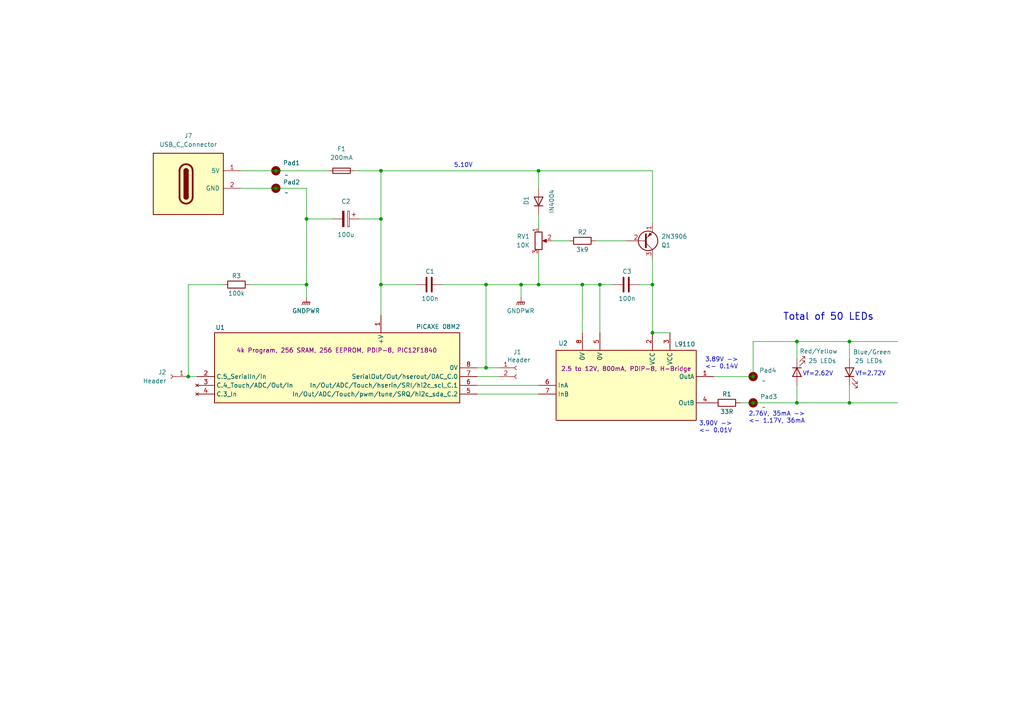
<source format=kicad_sch>
(kicad_sch (version 20231120) (generator "eeschema") (generator_version "8.0")
  (paper "A4")
  (title_block (title "Fairy Lights - Solar to USB Conversion") (comment 1 "J1 and J2 are header sockets for PICAXE Programming and Debugging.") (comment 2 "Voltage readings are with maximum RV1 brightness and a USB charger supplying 5.10V.") (comment 3 "RV1 and Q1 provide current/brightness control.") (comment 4 "R1 specified as 33Ω and measured as 32.2Ω, it limits maximum LED current.  "))
  (lib_symbols
    (symbol "Connector:Conn_01x01_Socket" (pin_names (offset 1.016) hide)
      (property "Reference" "J" (at 0 2.54 0))
      (property "Value" "Conn_01x01_Socket" (at 0 -2.54 0))
      (symbol "Conn_01x01_Socket_1_1"
        (polyline (pts (xy -1.27 0) (xy -0.508 0)) (stroke (width 0.1524)))
        (arc (start 0 0.508) (mid -0.5058 0) (end 0 -0.508) (stroke (width 0.1524)))
        (pin passive line (at -5.08 0 0) (length 3.81) (name "Pin_1") (number "1"))
      )
    )
    (symbol "Connector:Conn_01x02_Socket" (pin_names (offset 1.016) hide)
      (property "Reference" "J" (at 0 2.54 0))
      (property "Value" "Conn_01x02_Socket" (at 0 -5.08 0))
      (symbol "Conn_01x02_Socket_1_1"
        (arc (start 0 -2.032) (mid -0.5058 -2.54) (end 0 -3.048) (stroke (width 0.1524)))
        (polyline (pts (xy -1.27 -2.54) (xy -0.508 -2.54)) (stroke (width 0.1524)))
        (polyline (pts (xy -1.27 0) (xy -0.508 0)) (stroke (width 0.1524)))
        (arc (start 0 0.508) (mid -0.5058 0) (end 0 -0.508) (stroke (width 0.1524)))
        (pin passive line (at -5.08 0 0) (length 3.81) (name "Pin_1") (number "1"))
        (pin passive line (at -5.08 -2.54 0) (length 3.81) (name "Pin_2") (number "2"))
      )
    )
    (symbol "Device:C" (pin_numbers hide) (pin_names (offset 0.254))
      (property "Reference" "C" (at 0.635 2.54 0))
      (property "Value" "C" (at 0.635 -2.54 0))
      (symbol "C_0_1"
        (polyline (pts (xy -2.032 -0.762) (xy 2.032 -0.762)) (stroke (width 0.508)))
        (polyline (pts (xy -2.032 0.762) (xy 2.032 0.762)) (stroke (width 0.508)))
      )
      (symbol "C_1_1"
        (pin passive line (at 0 3.81 270) (length 2.794) (name "~") (number "1"))
        (pin passive line (at 0 -3.81 90) (length 2.794) (name "~") (number "2"))
      )
    )
    (symbol "Device:C_Polarized" (pin_numbers hide) (pin_names (offset 0.254))
      (property "Reference" "C" (at 0.635 2.54 0))
      (property "Value" "C_Polarized" (at 0.635 -2.54 0))
      (symbol "C_Polarized_0_1"
        (rectangle (start -2.286 0.508) (end 2.286 1.016))
        (polyline (pts (xy -1.778 2.286) (xy -0.762 2.286)))
        (polyline (pts (xy -1.27 2.794) (xy -1.27 1.778)))
        (rectangle (start 2.286 -0.508) (end -2.286 -1.016) (fill (type outline)))
      )
      (symbol "C_Polarized_1_1"
        (pin passive line (at 0 3.81 270) (length 2.794) (name "~") (number "1"))
        (pin passive line (at 0 -3.81 90) (length 2.794) (name "~") (number "2"))
      )
    )
    (symbol "Device:D" (pin_numbers hide) (pin_names (offset 1.016) hide)
      (property "Reference" "D" (at 0 2.54 0))
      (property "Value" "D" (at 0 -2.54 0))
      (symbol "D_0_1"
        (polyline (pts (xy -1.27 1.27) (xy -1.27 -1.27)) (stroke (width 0.254)))
        (polyline (pts (xy 1.27 0) (xy -1.27 0)))
        (polyline (pts (xy 1.27 1.27) (xy 1.27 -1.27) (xy -1.27 0) (xy 1.27 1.27)) (stroke (width 0.254)))
      )
      (symbol "D_1_1"
        (pin passive line (at -3.81 0 0) (length 2.54) (name "K") (number "1"))
        (pin passive line (at 3.81 0 180) (length 2.54) (name "A") (number "2"))
      )
    )
    (symbol "Device:Fuse" (pin_numbers hide) (pin_names (offset 0))
      (property "Reference" "F" (at 2.032 0 90))
      (property "Value" "Fuse" (at -1.905 0 90))
      (symbol "Fuse_0_1"
        (rectangle (start -0.762 -2.54) (end 0.762 2.54) (stroke (width 0.254)))
        (polyline (pts (xy 0 2.54) (xy 0 -2.54)))
      )
      (symbol "Fuse_1_1"
        (pin passive line (at 0 3.81 270) (length 1.27) (name "~") (number "1"))
        (pin passive line (at 0 -3.81 90) (length 1.27) (name "~") (number "2"))
      )
    )
    (symbol "Device:LED" (pin_numbers hide) (pin_names (offset 1.016) hide)
      (property "Reference" "D" (at 0 2.54 0))
      (property "Value" "LED" (at 0 -2.54 0))
      (symbol "LED_0_1"
        (polyline (pts (xy -1.27 -1.27) (xy -1.27 1.27)) (stroke (width 0.254)))
        (polyline (pts (xy -1.27 0) (xy 1.27 0)))
        (polyline (pts (xy 1.27 -1.27) (xy 1.27 1.27) (xy -1.27 0) (xy 1.27 -1.27)) (stroke (width 0.254)))
        (polyline (pts (xy -3.048 -0.762) (xy -4.572 -2.286) (xy -3.81 -2.286) (xy -4.572 -2.286) (xy -4.572 -1.524)))
        (polyline (pts (xy -1.778 -0.762) (xy -3.302 -2.286) (xy -2.54 -2.286) (xy -3.302 -2.286) (xy -3.302 -1.524)))
      )
      (symbol "LED_1_1"
        (pin passive line (at -3.81 0 0) (length 2.54) (name "K") (number "1"))
        (pin passive line (at 3.81 0 180) (length 2.54) (name "A") (number "2"))
      )
    )
    (symbol "Device:R" (pin_numbers hide) (pin_names (offset 0))
      (property "Reference" "R" (at 2.032 0 90))
      (property "Value" "R" (at 0 0 90))
      (symbol "R_0_1"
        (rectangle (start -1.016 -2.54) (end 1.016 2.54) (stroke (width 0.254)))
      )
      (symbol "R_1_1"
        (pin passive line (at 0 3.81 270) (length 1.27) (name "~") (number "1"))
        (pin passive line (at 0 -3.81 90) (length 1.27) (name "~") (number "2"))
      )
    )
    (symbol "Device:R_Potentiometer" (pin_names (offset 1.016) hide)
      (property "Reference" "RV" (at -4.445 0 90))
      (property "Value" "R_Potentiometer" (at -2.54 0 90))
      (symbol "R_Potentiometer_0_1"
        (polyline (pts (xy 2.54 0) (xy 1.524 0)))
        (polyline (pts (xy 1.143 0) (xy 2.286 0.508) (xy 2.286 -0.508) (xy 1.143 0)) (fill (type outline)))
        (rectangle (start 1.016 2.54) (end -1.016 -2.54) (stroke (width 0.254)))
      )
      (symbol "R_Potentiometer_1_1"
        (pin passive line (at 0 3.81 270) (length 1.27) (name "1") (number "1"))
        (pin passive line (at 3.81 0 180) (length 1.27) (name "2") (number "2"))
        (pin passive line (at 0 -3.81 90) (length 1.27) (name "3") (number "3"))
      )
    )
    (symbol "Solar_to_USB:L9110"
      (property "Reference" "U3" (at -19.05 11.43 0))
      (property "Value" "L9110" (at 17.78 11.43 0))
      (symbol "L9110_0_1"
        (rectangle (start -20.32 10.16) (end 20.32 -10.16) (stroke (width 0.254)) (fill (type background)))
      )
      (symbol "L9110_1_1"
        (pin power_out line (at 25.4 2.54 180) (length 5.08) (name "OutA") (number "1"))
        (pin power_in line (at 7.62 15.24 270) (length 5.08) (name "VCC") (number "2"))
        (pin power_in line (at 12.7 15.24 270) (length 5.08) (name "VCC") (number "3"))
        (pin power_out line (at 25.4 -5.08 180) (length 5.08) (name "OutB") (number "4"))
        (pin power_in line (at -7.62 15.24 270) (length 5.08) (name "0V") (number "5"))
        (pin input line (at -25.4 0 0) (length 5.08) (name "InA") (number "6"))
        (pin input line (at -25.4 -2.54 0) (length 5.08) (name "InB") (number "7"))
        (pin power_in line (at -12.7 15.24 270) (length 5.08) (name "0V") (number "8"))
      )
    )
    (symbol "Solar_to_USB:PICAXE_08M2"
      (property "Reference" "U2" (at -35.306 11.684 0))
      (property "Value" "PICAXE 08M2" (at 22.86 11.938 0))
      (property "Description" "4k Program, 256 SRAM, 256 EEPROM, PDIP-8, PIC12F1840" (at -29.21 5.08 0))
      (symbol "PICAXE_08M2_0_1"
        (rectangle (start -35.56 10.16) (end 35.56 -10.16) (stroke (width 0.254)) (fill (type background)))
      )
      (symbol "PICAXE_08M2_1_1"
        (pin power_in line (at 12.7 15.24 270) (length 5.08) (name "+V") (number "1"))
        (pin bidirectional line (at -40.64 -2.54 0) (length 5.08) (name "C.5_SerialIn/In") (number "2"))
        (pin no_connect line (at -40.64 -5.08 0) (length 5.08) (name "C.4_Touch/ADC/Out/In") (number "3"))
        (pin no_connect line (at -40.64 -7.62 0) (length 5.08) (name "C.3_In") (number "4"))
        (pin bidirectional line (at 40.64 -7.62 180) (length 5.08) (name "In/Out/ADC/Touch/pwm/tune/SRQ/hi2c_sda_C.2") (number "5"))
        (pin bidirectional line (at 40.64 -5.08 180) (length 5.08) (name "In/Out/ADC/Touch/hserin/SRI/hi2c_scl_C.1") (number "6"))
        (pin bidirectional line (at 40.64 -2.54 180) (length 5.08) (name "SerialOut/Out/hserout/DAC_C.0") (number "7"))
        (pin power_in line (at 40.64 0 180) (length 5.08) (name "0V") (number "8"))
      )
    )
    (symbol "Solar_to_USB:USB_C_PowerOnly" (pin_names (offset 1.016))
      (property "Reference" "J7" (at 0 17.78 0))
      (property "Value" "USB_C_Connector" (at 0 15.24 0))
      (symbol "USB_C_PowerOnly_0_1"
        (rectangle (start -10.16 12.7) (end 10.16 -5.08) (stroke (width 0.254)) (fill (type background)))
        (arc (start -2.54 0) (mid -0.635 -1.8967) (end 1.27 0) (stroke (width 0.508)))
        (arc (start -1.27 0) (mid -0.635 -0.6323) (end 0 0) (stroke (width 0.254)))
        (arc (start -1.27 0) (mid -0.635 -0.6323) (end 0 0) (stroke (width 0.254)) (fill (type outline)))
        (rectangle (start -1.27 7.62) (end 0 0) (stroke (width 0.254)) (fill (type outline)))
        (polyline (pts (xy -2.54 0) (xy -2.54 7.62)) (stroke (width 0.508)))
        (polyline (pts (xy 1.27 7.62) (xy 1.27 0)) (stroke (width 0.508)))
        (arc (start 0 7.62) (mid -0.635 8.2523) (end -1.27 7.62) (stroke (width 0.254)))
        (arc (start 0 7.62) (mid -0.635 8.2523) (end -1.27 7.62) (stroke (width 0.254)) (fill (type outline)))
        (arc (start 1.27 7.62) (mid -0.635 9.5167) (end -2.54 7.62) (stroke (width 0.508)))
      )
      (symbol "USB_C_PowerOnly_1_1"
        (pin passive line (at 15.24 7.62 180) (length 5.08) (name "5V") (number "1"))
        (pin passive line (at 15.24 2.54 180) (length 5.08) (name "GND") (number "2"))
      )
    )
    (symbol "Solder_Connection_1" (pin_numbers hide) (pin_names (offset 0) hide)
      (property "Reference" "Pad" (at 0 2.54 0))
      (symbol "Solder_Connection_1_0_1"
        (circle (center 0 0) (radius 1.27) (fill (type outline)))
      )
      (symbol "Solder_Connection_1_1_1"
        (pin passive line (at 0 0 0) (length 0) (name "1") (number "1"))
      )
    )
    (symbol "Transistor_BJT:2N3906" (pin_names (offset 0) hide)
      (property "Reference" "Q" (at 5.08 1.905 0))
      (property "Value" "2N3906" (at 5.08 0 0))
      (symbol "2N3906_0_1"
        (polyline (pts (xy 0.635 0.635) (xy 2.54 2.54)))
        (polyline (pts (xy 0.635 -0.635) (xy 2.54 -2.54) (xy 2.54 -2.54)))
        (polyline (pts (xy 0.635 1.905) (xy 0.635 -1.905) (xy 0.635 -1.905)) (stroke (width 0.508)))
        (polyline (pts (xy 2.286 -1.778) (xy 1.778 -2.286) (xy 1.27 -1.27) (xy 2.286 -1.778) (xy 2.286 -1.778)) (fill (type outline)))
        (circle (center 1.27 0) (radius 2.8194) (stroke (width 0.254)))
      )
      (symbol "2N3906_1_1"
        (pin passive line (at 2.54 -5.08 90) (length 2.54) (name "E") (number "1"))
        (pin input line (at -5.08 0 0) (length 5.715) (name "B") (number "2"))
        (pin passive line (at 2.54 5.08 270) (length 2.54) (name "C") (number "3"))
      )
    )
    (symbol "power:GNDPWR" (power) (pin_numbers hide) (pin_names (offset 0) hide)
      (property "Value" "GNDPWR" (at 0 -3.302 0))
      (symbol "GNDPWR_0_1"
        (polyline (pts (xy 0 -1.27) (xy 0 0)))
        (polyline (pts (xy -1.016 -1.27) (xy -1.27 -2.032) (xy -1.27 -2.032)) (stroke (width 0.2032)))
        (polyline (pts (xy -0.508 -1.27) (xy -0.762 -2.032) (xy -0.762 -2.032)) (stroke (width 0.2032)))
        (polyline (pts (xy 0 -1.27) (xy -0.254 -2.032) (xy -0.254 -2.032)) (stroke (width 0.2032)))
        (polyline (pts (xy 0.508 -1.27) (xy 0.254 -2.032) (xy 0.254 -2.032)) (stroke (width 0.2032)))
        (polyline (pts (xy 1.016 -1.27) (xy -1.016 -1.27) (xy -1.016 -1.27)) (stroke (width 0.2032)))
        (polyline (pts (xy 1.016 -1.27) (xy 0.762 -2.032) (xy 0.762 -2.032) (xy 0.762 -2.032)) (stroke (width 0.2032)))
      )
      (symbol "GNDPWR_1_1"
        (pin power_in line (at 0 0 270) (length 0) (name "~") (number "1"))
      )
    )
  )
  (junction (at 168.91 82.55))
  (junction (at 110.49 49.53))
  (junction (at 54.61 109.22))
  (junction (at 231.14 116.84))
  (junction (at 110.49 82.55))
  (junction (at 189.23 96.52))
  (junction (at 218.44 109.22))
  (junction (at 218.44 116.84))
  (junction (at 173.99 82.55))
  (junction (at 246.38 99.06))
  (junction (at 88.9 63.5))
  (junction (at 110.49 63.5))
  (junction (at 189.23 82.55))
  (junction (at 80.01 54.61))
  (junction (at 246.38 116.84))
  (junction (at 156.21 82.55))
  (junction (at 140.97 82.55))
  (junction (at 151.13 82.55))
  (junction (at 80.01 49.53))
  (junction (at 88.9 82.55))
  (junction (at 156.21 49.53))
  (junction (at 140.97 106.68))
  (junction (at 231.14 99.06))
  (wire (pts (xy 54.61 82.55) (xy 64.77 82.55)))
  (wire (pts (xy 246.38 116.84) (xy 246.38 111.76)))
  (wire (pts (xy 88.9 63.5) (xy 96.52 63.5)))
  (wire (pts (xy 138.43 114.3) (xy 156.21 114.3)))
  (wire (pts (xy 173.99 82.55) (xy 177.8 82.55)))
  (wire (pts (xy 231.14 116.84) (xy 231.14 111.76)))
  (wire (pts (xy 151.13 82.55) (xy 140.97 82.55)))
  (wire (pts (xy 110.49 49.53) (xy 110.49 63.5)))
  (wire (pts (xy 151.13 82.55) (xy 151.13 86.36)))
  (wire (pts (xy 160.02 69.85) (xy 165.1 69.85)))
  (wire (pts (xy 156.21 73.66) (xy 156.21 82.55)))
  (wire (pts (xy 156.21 49.53) (xy 189.23 49.53)))
  (wire (pts (xy 172.72 69.85) (xy 181.61 69.85)))
  (wire (pts (xy 156.21 54.61) (xy 156.21 49.53)))
  (wire (pts (xy 88.9 63.5) (xy 88.9 82.55)))
  (wire (pts (xy 54.61 109.22) (xy 54.61 82.55)))
  (wire (pts (xy 218.44 116.84) (xy 231.14 116.84)))
  (wire (pts (xy 185.42 82.55) (xy 189.23 82.55)))
  (wire (pts (xy 173.99 82.55) (xy 168.91 82.55)))
  (wire (pts (xy 88.9 54.61) (xy 88.9 63.5)))
  (wire (pts (xy 168.91 82.55) (xy 156.21 82.55)))
  (wire (pts (xy 120.65 82.55) (xy 110.49 82.55)))
  (wire (pts (xy 189.23 74.93) (xy 189.23 82.55)))
  (wire (pts (xy 128.27 82.55) (xy 140.97 82.55)))
  (wire (pts (xy 189.23 82.55) (xy 189.23 96.52)))
  (wire (pts (xy 110.49 82.55) (xy 110.49 91.44)))
  (wire (pts (xy 156.21 82.55) (xy 151.13 82.55)))
  (wire (pts (xy 138.43 111.76) (xy 156.21 111.76)))
  (wire (pts (xy 246.38 116.84) (xy 260.35 116.84)))
  (wire (pts (xy 144.78 109.22) (xy 138.43 109.22)))
  (wire (pts (xy 140.97 106.68) (xy 138.43 106.68)))
  (wire (pts (xy 231.14 116.84) (xy 246.38 116.84)))
  (wire (pts (xy 102.87 49.53) (xy 110.49 49.53)))
  (wire (pts (xy 168.91 82.55) (xy 168.91 96.52)))
  (wire (pts (xy 72.39 82.55) (xy 88.9 82.55)))
  (wire (pts (xy 140.97 82.55) (xy 140.97 106.68)))
  (wire (pts (xy 189.23 64.77) (xy 189.23 49.53)))
  (wire (pts (xy 246.38 99.06) (xy 246.38 104.14)))
  (wire (pts (xy 218.44 99.06) (xy 231.14 99.06)))
  (wire (pts (xy 69.85 54.61) (xy 80.01 54.61)))
  (wire (pts (xy 88.9 82.55) (xy 88.9 86.36)))
  (wire (pts (xy 144.78 106.68) (xy 140.97 106.68)))
  (wire (pts (xy 231.14 99.06) (xy 246.38 99.06)))
  (wire (pts (xy 156.21 62.23) (xy 156.21 66.04)))
  (wire (pts (xy 189.23 96.52) (xy 194.31 96.52)))
  (wire (pts (xy 218.44 109.22) (xy 207.01 109.22)))
  (wire (pts (xy 214.63 116.84) (xy 218.44 116.84)))
  (wire (pts (xy 80.01 54.61) (xy 88.9 54.61)))
  (wire (pts (xy 69.85 49.53) (xy 80.01 49.53)))
  (wire (pts (xy 218.44 109.22) (xy 218.44 99.06)))
  (wire (pts (xy 246.38 99.06) (xy 260.35 99.06)))
  (wire (pts (xy 80.01 49.53) (xy 95.25 49.53)))
  (wire (pts (xy 104.14 63.5) (xy 110.49 63.5)))
  (wire (pts (xy 231.14 104.14) (xy 231.14 99.06)))
  (wire (pts (xy 110.49 49.53) (xy 156.21 49.53)))
  (wire (pts (xy 110.49 63.5) (xy 110.49 82.55)))
  (wire (pts (xy 54.61 109.22) (xy 57.15 109.22)))
  (wire (pts (xy 173.99 82.55) (xy 173.99 96.52)))
  (text "3.89V ->\n<- 0.14V\n" (at 209.296 105.41 0) (effects (font (size 1.27 1.27) (thickness 0.1588))))
  (text "Vf=2.62V" (at 237.236 108.458 0) (effects (font (size 1.27 1.27) (thickness 0.1588))))
  (text "2.76V, 35mA ->\n<- 1.17V, 36mA\n" (at 225.298 121.158 0) (effects (font (size 1.27 1.27) (thickness 0.1588))))
  (text "3.90V ->\n<- 0.01V\n" (at 207.518 123.952 0) (effects (font (size 1.27 1.27) (thickness 0.1588))))
  (text "Vf=2.72V" (at 252.476 108.458 0) (effects (font (size 1.27 1.27) (thickness 0.1588))))
  (text "5.10V" (at 134.366 48.006 0) (effects (font (size 1.27 1.27) (thickness 0.1588))))
  (text "Total of 50 LEDs" (at 240.284 91.948 0) (effects (font (size 2.032 2.032) (thickness 0.254) (bold yes))))
  (symbol (lib_id "Device:R") (at 68.58 82.55 270) (unit 1)
    (property "Reference" "R3" (at 68.58 80.01 90))
    (property "Value" "100k" (at 68.58 85.09 90))
    (property "Footprint" "Resistor_THT:R_Axial_DIN0207_L6.3mm_D2.5mm_P7.62mm_Horizontal" (effects (hide yes)))
    (property "Description" "Resistor" (effects (hide yes)))
  )
  (symbol (lib_id "Device:LED") (at 246.38 107.95 90) (unit 1) (in_bom no) (on_board no)
    (property "Reference" "Blue/Green" (at 247.396 102.108 90) (effects (justify right)))
    (property "Value" "25 LEDs" (at 247.904 104.648 90) (effects (justify right)))
    (property "Description" "Light emitting diode" (effects (hide yes)))
  )
  (symbol (lib_id "power:GNDPWR") (at 151.13 86.36 0) (unit 1)
    (property "Reference" "#PWR02" (effects (hide yes)))
    (property "Value" "GNDPWR" (at 151.003 90.17 0))
    (property "Description" "Power symbol creates a global label with name \"GNDPWR\" , global ground" (effects (hide yes)))
  )
  (symbol (lib_name "Solder_Connection_1") (lib_id "Solar_to_USB:Solder_Connection") (at 80.01 49.53 0) (unit 1)
    (property "Reference" "Pad1" (at 82.042 47.244 0) (effects (justify left)))
    (property "Value" "~" (at 82.55 50.8 0) (effects (justify left)))
    (property "Footprint" "Connector_PinSocket_2.54mm:PinSocket_1x01_P2.54mm_Vertical" (effects (hide yes)))
    (property "Description" "Solder Connection" (effects (hide yes)))
  )
  (symbol (lib_id "Device:R") (at 210.82 116.84 270) (unit 1)
    (property "Reference" "R1" (at 210.82 114.3 90))
    (property "Value" "33R" (at 210.82 119.38 90))
    (property "Footprint" "Resistor_THT:R_Axial_DIN0207_L6.3mm_D2.5mm_P7.62mm_Horizontal" (effects (hide yes)))
    (property "Description" "Resistor" (effects (hide yes)))
  )
  (symbol (lib_name "Solder_Connection_1") (lib_id "Solar_to_USB:Solder_Connection") (at 218.44 109.22 0) (unit 1)
    (property "Reference" "Pad4" (at 220.218 107.442 0) (effects (justify left)))
    (property "Value" "~" (at 220.98 110.49 0) (effects (justify left)))
    (property "Footprint" "Connector_PinSocket_2.54mm:PinSocket_1x01_P2.54mm_Vertical" (effects (hide yes)))
    (property "Description" "Solder Connection" (effects (hide yes)))
  )
  (symbol (lib_id "Device:C_Polarized") (at 100.33 63.5 270) (unit 1)
    (property "Reference" "C2" (at 100.33 58.42 90))
    (property "Value" "100u" (at 100.33 68.072 90))
    (property "Footprint" "Capacitor_THT:C_Radial_D10.0mm_H16.0mm_P5.00mm" (effects (hide yes)))
    (property "Description" "Polarized capacitor" (effects (hide yes)))
  )
  (symbol (lib_id "Solar_to_USB:PICAXE_08M2") (at 97.79 106.68 0) (unit 1)
    (property "Reference" "U1" (at 62.484 94.996 0) (effects (justify left)))
    (property "Value" "PICAXE 08M2" (at 120.65 94.742 0) (effects (justify left)))
    (property "Footprint" "Package_DIP:DIP-8_W7.62mm" (effects (hide yes)))
    (property "Datasheet" "https://ww1.microchip.com/downloads/en/DeviceDoc/41441B.pdf" (effects (hide yes)))
    (property "Description" "4k Program, 256 SRAM, 256 EEPROM, PDIP-8, PIC12F1840" (at 68.58 101.6 0) (effects (justify left)))
  )
  (symbol (lib_id "Device:R_Potentiometer") (at 156.21 69.85 0) (unit 1)
    (property "Reference" "RV1" (at 153.67 68.5799 0) (effects (justify right)))
    (property "Value" "10K" (at 153.67 71.1199 0) (effects (justify right)))
    (property "Footprint" "Potentiometer_THT:Potentiometer_Alpha_RD901F-40-00D_Single_Vertical" (effects (hide yes)))
    (property "Description" "Potentiometer" (effects (hide yes)))
  )
  (symbol (lib_id "Device:Fuse") (at 99.06 49.53 270) (unit 1)
    (property "Reference" "F1" (at 99.06 43.18 90))
    (property "Value" "200mA" (at 99.06 45.72 90))
    (property "Footprint" "Fuse:Fuseholder_Cylinder-5x20mm_Schurter_0031_8201_Horizontal_Open" (effects (hide yes)))
    (property "Description" "Fuse" (effects (hide yes)))
  )
  (symbol (lib_name "Solder_Connection_1") (lib_id "Solar_to_USB:Solder_Connection") (at 218.44 116.84 0) (unit 1)
    (property "Reference" "Pad3" (at 220.472 115.062 0) (effects (justify left)))
    (property "Value" "~" (at 220.98 118.11 0) (effects (justify left)))
    (property "Footprint" "Connector_PinSocket_2.54mm:PinSocket_1x01_P2.54mm_Vertical" (effects (hide yes)))
    (property "Description" "Solder Connection" (effects (hide yes)))
  )
  (symbol (lib_id "Device:R") (at 168.91 69.85 270) (unit 1)
    (property "Reference" "R2" (at 168.91 67.31 90))
    (property "Value" "3k9" (at 168.91 72.39 90))
    (property "Footprint" "Resistor_THT:R_Axial_DIN0207_L6.3mm_D2.5mm_P7.62mm_Horizontal" (effects (hide yes)))
    (property "Description" "Resistor" (effects (hide yes)))
  )
  (symbol (lib_id "Transistor_BJT:2N3906") (at 186.69 69.85 0) (mirror x) (unit 1)
    (property "Reference" "Q1" (at 191.77 71.1201 0) (effects (justify left)))
    (property "Value" "2N3906" (at 191.77 68.5801 0) (effects (justify left)))
    (property "Footprint" "Package_TO_SOT_THT:TO-92_Inline" (effects (hide yes)))
    (property "Datasheet" "https://www.onsemi.com/pub/Collateral/2N3906-D.PDF" (effects (hide yes)))
    (property "Description" "-0.2A Ic, -40V Vce, Small Signal PNP Transistor, TO-92" (effects (hide yes)))
  )
  (symbol (lib_id "Device:C") (at 124.46 82.55 90) (unit 1)
    (property "Reference" "C1" (at 124.714 78.74 90))
    (property "Value" "100n" (at 124.714 86.614 90))
    (property "Footprint" "Capacitor_THT:C_Rect_L9.0mm_W2.5mm_P7.50mm_MKT" (effects (hide yes)))
    (property "Description" "Unpolarized capacitor" (effects (hide yes)))
  )
  (symbol (lib_id "Device:D") (at 156.21 58.42 270) (mirror x) (unit 1)
    (property "Reference" "D1" (at 152.654 58.166 0))
    (property "Value" "IN4004" (at 160.02 58.42 0))
    (property "Footprint" "Diode_THT:D_T-1_P10.16mm_Horizontal" (effects (hide yes)))
    (property "Description" "Diode" (effects (hide yes)))
    (property "Sim.Device" "D" (effects (hide yes)))
    (property "Sim.Pins" "1=K 2=A" (effects (hide yes)))
  )
  (symbol (lib_id "power:GNDPWR") (at 88.9 86.36 0) (unit 1)
    (property "Reference" "#PWR03" (effects (hide yes)))
    (property "Value" "GNDPWR" (at 88.773 90.17 0))
    (property "Description" "Power symbol creates a global label with name \"GNDPWR\" , global ground" (effects (hide yes)))
  )
  (symbol (lib_id "Device:LED") (at 231.14 107.95 90) (mirror x) (unit 1) (in_bom no) (on_board no)
    (property "Reference" "Red/Yellow" (at 231.902 101.854 90) (effects (justify right)))
    (property "Value" "25 LEDs" (at 234.442 104.648 90) (effects (justify right)))
    (property "Description" "Light emitting diode" (effects (hide yes)))
  )
  (symbol (lib_id "Solar_to_USB:L9110") (at 181.61 111.76 0) (unit 1)
    (property "Reference" "U2" (at 163.322 99.568 0))
    (property "Value" "L9110" (at 198.628 99.822 0))
    (property "Footprint" "Package_DIP:DIP-8_W7.62mm" (effects (hide yes)))
    (property "Datasheet" "https://www.elecrow.com/download/datasheet-l9110.pdf" (effects (hide yes)))
    (property "Description" "2.5 to 12V, 800mA, PDIP-8, H-Bridge" (at 181.61 106.934 0))
  )
  (symbol (lib_id "Connector:Conn_01x02_Socket") (at 149.86 106.68 0) (unit 1)
    (property "Reference" "J1" (at 148.844 102.108 0) (effects (justify left)))
    (property "Value" "Header" (at 147.066 104.394 0) (effects (justify left)))
    (property "Footprint" "Connector_PinSocket_2.54mm:PinSocket_1x02_P2.54mm_Vertical" (effects (hide yes)))
    (property "Description" "Generic connector, single row, 01x02, script generated" (effects (hide yes)))
  )
  (symbol (lib_id "Solar_to_USB:USB_C_PowerOnly") (at 54.61 57.15 0) (unit 1) (exclude_from_sim yes) (on_board no)
    (property "Reference" "J7" (at 54.61 39.37 0))
    (property "Value" "USB_C_Connector" (at 54.61 41.91 0))
    (property "Datasheet" "https://www.usb.org/sites/default/files/documents/usb_type-c.zip" (effects (hide yes)))
    (property "Description" "USB Power-Only 6P Type-C Receptacle connector" (effects (hide yes)))
  )
  (symbol (lib_id "Device:C") (at 181.61 82.55 90) (unit 1)
    (property "Reference" "C3" (at 181.864 78.74 90))
    (property "Value" "100n" (at 181.864 86.614 90))
    (property "Footprint" "Capacitor_THT:C_Rect_L9.0mm_W2.5mm_P7.50mm_MKT" (effects (hide yes)))
    (property "Description" "Unpolarized capacitor" (effects (hide yes)))
  )
  (symbol (lib_name "Solder_Connection_1") (lib_id "Solar_to_USB:Solder_Connection") (at 80.01 54.61 0) (unit 1)
    (property "Reference" "Pad2" (at 82.042 52.832 0) (effects (justify left)))
    (property "Value" "~" (at 82.55 55.88 0) (effects (justify left)))
    (property "Footprint" "Connector_PinSocket_2.54mm:PinSocket_1x01_P2.54mm_Vertical" (effects (hide yes)))
    (property "Description" "Solder Connection" (effects (hide yes)))
  )
  (symbol (lib_id "Connector:Conn_01x01_Socket") (at 49.53 109.22 0) (mirror y) (unit 1)
    (property "Reference" "J2" (at 48.26 107.9499 0) (effects (justify left)))
    (property "Value" "Header" (at 48.26 110.4899 0) (effects (justify left)))
    (property "Footprint" "Connector_PinHeader_2.54mm:PinHeader_1x01_P2.54mm_Vertical" (effects (hide yes)))
    (property "Description" "Generic connector, single row, 01x01, script generated" (effects (hide yes)))
  )
)
</source>
